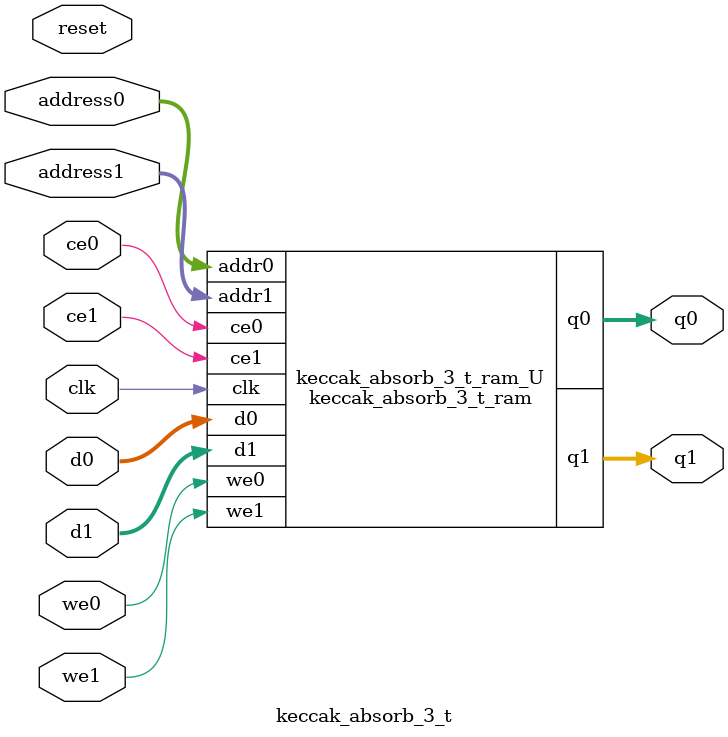
<source format=v>

`timescale 1 ns / 1 ps
module keccak_absorb_3_t_ram (addr0, ce0, d0, we0, q0, addr1, ce1, d1, we1, q1,  clk);

parameter DWIDTH = 8;
parameter AWIDTH = 8;
parameter MEM_SIZE = 200;

input[AWIDTH-1:0] addr0;
input ce0;
input[DWIDTH-1:0] d0;
input we0;
output reg[DWIDTH-1:0] q0;
input[AWIDTH-1:0] addr1;
input ce1;
input[DWIDTH-1:0] d1;
input we1;
output reg[DWIDTH-1:0] q1;
input clk;

(* ram_style = "block" *)reg [DWIDTH-1:0] ram[0:MEM_SIZE-1];




always @(posedge clk)  
begin 
    if (ce0) 
    begin
        if (we0) 
        begin 
            ram[addr0] <= d0; 
            q0 <= d0;
        end 
        else 
            q0 <= ram[addr0];
    end
end


always @(posedge clk)  
begin 
    if (ce1) 
    begin
        if (we1) 
        begin 
            ram[addr1] <= d1; 
            q1 <= d1;
        end 
        else 
            q1 <= ram[addr1];
    end
end


endmodule


`timescale 1 ns / 1 ps
module keccak_absorb_3_t(
    reset,
    clk,
    address0,
    ce0,
    we0,
    d0,
    q0,
    address1,
    ce1,
    we1,
    d1,
    q1);

parameter DataWidth = 32'd8;
parameter AddressRange = 32'd200;
parameter AddressWidth = 32'd8;
input reset;
input clk;
input[AddressWidth - 1:0] address0;
input ce0;
input we0;
input[DataWidth - 1:0] d0;
output[DataWidth - 1:0] q0;
input[AddressWidth - 1:0] address1;
input ce1;
input we1;
input[DataWidth - 1:0] d1;
output[DataWidth - 1:0] q1;



keccak_absorb_3_t_ram keccak_absorb_3_t_ram_U(
    .clk( clk ),
    .addr0( address0 ),
    .ce0( ce0 ),
    .we0( we0 ),
    .d0( d0 ),
    .q0( q0 ),
    .addr1( address1 ),
    .ce1( ce1 ),
    .we1( we1 ),
    .d1( d1 ),
    .q1( q1 ));

endmodule


</source>
